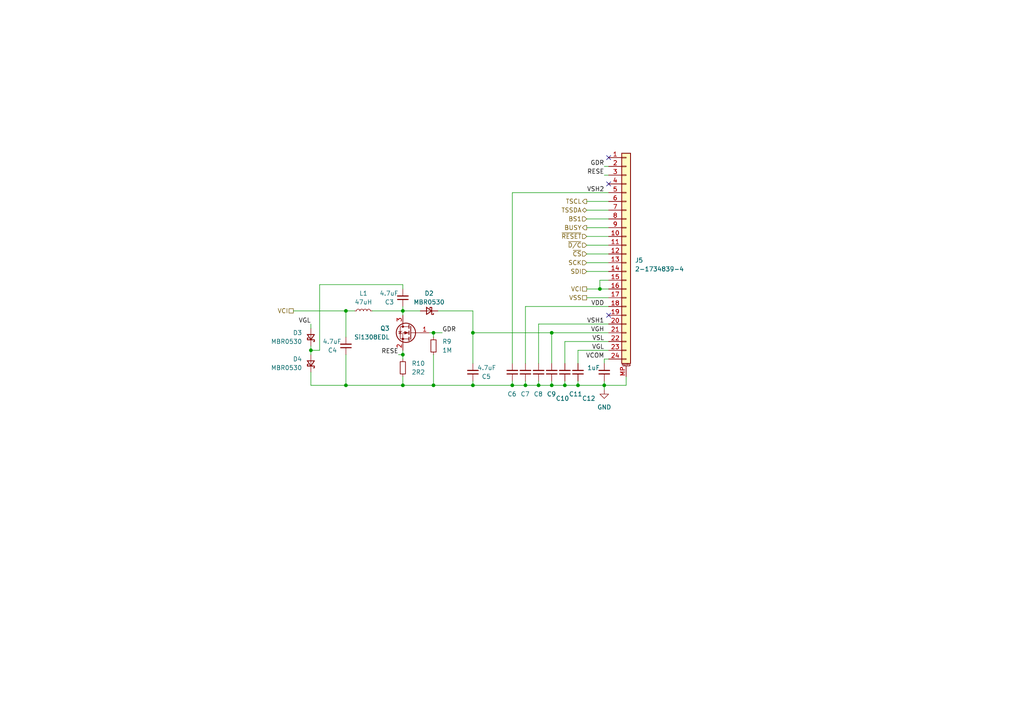
<source format=kicad_sch>
(kicad_sch (version 20210621) (generator eeschema)

  (uuid 6679a152-8845-4ab5-80e3-d2dd54f837f0)

  (paper "A4")

  (lib_symbols
    (symbol "Connector_Generic_MountingPin:Conn_01x24_MountingPin" (pin_names (offset 1.016) hide) (in_bom yes) (on_board yes)
      (property "Reference" "J" (id 0) (at 0 30.48 0)
        (effects (font (size 1.27 1.27)))
      )
      (property "Value" "Conn_01x24_MountingPin" (id 1) (at 1.27 -33.02 0)
        (effects (font (size 1.27 1.27)) (justify left))
      )
      (property "Footprint" "" (id 2) (at 0 0 0)
        (effects (font (size 1.27 1.27)) hide)
      )
      (property "Datasheet" "~" (id 3) (at 0 0 0)
        (effects (font (size 1.27 1.27)) hide)
      )
      (property "ki_keywords" "connector" (id 4) (at 0 0 0)
        (effects (font (size 1.27 1.27)) hide)
      )
      (property "ki_description" "Generic connectable mounting pin connector, single row, 01x24, script generated (kicad-library-utils/schlib/autogen/connector/)" (id 5) (at 0 0 0)
        (effects (font (size 1.27 1.27)) hide)
      )
      (property "ki_fp_filters" "Connector*:*_1x??-1MP*" (id 6) (at 0 0 0)
        (effects (font (size 1.27 1.27)) hide)
      )
      (symbol "Conn_01x24_MountingPin_1_1"
        (text "Mounting" (at 0 -32.131 0)
          (effects (font (size 0.381 0.381)))
        )
        (rectangle (start -1.27 -30.353) (end 0 -30.607)
          (stroke (width 0.1524)) (fill (type none))
        )
        (rectangle (start -1.27 -27.813) (end 0 -28.067)
          (stroke (width 0.1524)) (fill (type none))
        )
        (rectangle (start -1.27 -25.273) (end 0 -25.527)
          (stroke (width 0.1524)) (fill (type none))
        )
        (rectangle (start -1.27 -22.733) (end 0 -22.987)
          (stroke (width 0.1524)) (fill (type none))
        )
        (rectangle (start -1.27 -20.193) (end 0 -20.447)
          (stroke (width 0.1524)) (fill (type none))
        )
        (rectangle (start -1.27 -17.653) (end 0 -17.907)
          (stroke (width 0.1524)) (fill (type none))
        )
        (rectangle (start -1.27 -15.113) (end 0 -15.367)
          (stroke (width 0.1524)) (fill (type none))
        )
        (rectangle (start -1.27 -12.573) (end 0 -12.827)
          (stroke (width 0.1524)) (fill (type none))
        )
        (rectangle (start -1.27 -10.033) (end 0 -10.287)
          (stroke (width 0.1524)) (fill (type none))
        )
        (rectangle (start -1.27 -7.493) (end 0 -7.747)
          (stroke (width 0.1524)) (fill (type none))
        )
        (rectangle (start -1.27 -4.953) (end 0 -5.207)
          (stroke (width 0.1524)) (fill (type none))
        )
        (rectangle (start -1.27 -2.413) (end 0 -2.667)
          (stroke (width 0.1524)) (fill (type none))
        )
        (rectangle (start -1.27 0.127) (end 0 -0.127)
          (stroke (width 0.1524)) (fill (type none))
        )
        (rectangle (start -1.27 2.667) (end 0 2.413)
          (stroke (width 0.1524)) (fill (type none))
        )
        (rectangle (start -1.27 5.207) (end 0 4.953)
          (stroke (width 0.1524)) (fill (type none))
        )
        (rectangle (start -1.27 7.747) (end 0 7.493)
          (stroke (width 0.1524)) (fill (type none))
        )
        (rectangle (start -1.27 10.287) (end 0 10.033)
          (stroke (width 0.1524)) (fill (type none))
        )
        (rectangle (start -1.27 12.827) (end 0 12.573)
          (stroke (width 0.1524)) (fill (type none))
        )
        (rectangle (start -1.27 15.367) (end 0 15.113)
          (stroke (width 0.1524)) (fill (type none))
        )
        (rectangle (start -1.27 17.907) (end 0 17.653)
          (stroke (width 0.1524)) (fill (type none))
        )
        (rectangle (start -1.27 20.447) (end 0 20.193)
          (stroke (width 0.1524)) (fill (type none))
        )
        (rectangle (start -1.27 22.987) (end 0 22.733)
          (stroke (width 0.1524)) (fill (type none))
        )
        (rectangle (start -1.27 25.527) (end 0 25.273)
          (stroke (width 0.1524)) (fill (type none))
        )
        (rectangle (start -1.27 28.067) (end 0 27.813)
          (stroke (width 0.1524)) (fill (type none))
        )
        (rectangle (start -1.27 29.21) (end 1.27 -31.75)
          (stroke (width 0.254)) (fill (type background))
        )
        (polyline
          (pts
            (xy -1.016 -32.512)
            (xy 1.016 -32.512)
          )
          (stroke (width 0.1524)) (fill (type none))
        )
        (pin passive line (at -5.08 27.94 0) (length 3.81)
          (name "Pin_1" (effects (font (size 1.27 1.27))))
          (number "1" (effects (font (size 1.27 1.27))))
        )
        (pin passive line (at -5.08 5.08 0) (length 3.81)
          (name "Pin_10" (effects (font (size 1.27 1.27))))
          (number "10" (effects (font (size 1.27 1.27))))
        )
        (pin passive line (at -5.08 2.54 0) (length 3.81)
          (name "Pin_11" (effects (font (size 1.27 1.27))))
          (number "11" (effects (font (size 1.27 1.27))))
        )
        (pin passive line (at -5.08 0 0) (length 3.81)
          (name "Pin_12" (effects (font (size 1.27 1.27))))
          (number "12" (effects (font (size 1.27 1.27))))
        )
        (pin passive line (at -5.08 -2.54 0) (length 3.81)
          (name "Pin_13" (effects (font (size 1.27 1.27))))
          (number "13" (effects (font (size 1.27 1.27))))
        )
        (pin passive line (at -5.08 -5.08 0) (length 3.81)
          (name "Pin_14" (effects (font (size 1.27 1.27))))
          (number "14" (effects (font (size 1.27 1.27))))
        )
        (pin passive line (at -5.08 -7.62 0) (length 3.81)
          (name "Pin_15" (effects (font (size 1.27 1.27))))
          (number "15" (effects (font (size 1.27 1.27))))
        )
        (pin passive line (at -5.08 -10.16 0) (length 3.81)
          (name "Pin_16" (effects (font (size 1.27 1.27))))
          (number "16" (effects (font (size 1.27 1.27))))
        )
        (pin passive line (at -5.08 -12.7 0) (length 3.81)
          (name "Pin_17" (effects (font (size 1.27 1.27))))
          (number "17" (effects (font (size 1.27 1.27))))
        )
        (pin passive line (at -5.08 -15.24 0) (length 3.81)
          (name "Pin_18" (effects (font (size 1.27 1.27))))
          (number "18" (effects (font (size 1.27 1.27))))
        )
        (pin passive line (at -5.08 -17.78 0) (length 3.81)
          (name "Pin_19" (effects (font (size 1.27 1.27))))
          (number "19" (effects (font (size 1.27 1.27))))
        )
        (pin passive line (at -5.08 25.4 0) (length 3.81)
          (name "Pin_2" (effects (font (size 1.27 1.27))))
          (number "2" (effects (font (size 1.27 1.27))))
        )
        (pin passive line (at -5.08 -20.32 0) (length 3.81)
          (name "Pin_20" (effects (font (size 1.27 1.27))))
          (number "20" (effects (font (size 1.27 1.27))))
        )
        (pin passive line (at -5.08 -22.86 0) (length 3.81)
          (name "Pin_21" (effects (font (size 1.27 1.27))))
          (number "21" (effects (font (size 1.27 1.27))))
        )
        (pin passive line (at -5.08 -25.4 0) (length 3.81)
          (name "Pin_22" (effects (font (size 1.27 1.27))))
          (number "22" (effects (font (size 1.27 1.27))))
        )
        (pin passive line (at -5.08 -27.94 0) (length 3.81)
          (name "Pin_23" (effects (font (size 1.27 1.27))))
          (number "23" (effects (font (size 1.27 1.27))))
        )
        (pin passive line (at -5.08 -30.48 0) (length 3.81)
          (name "Pin_24" (effects (font (size 1.27 1.27))))
          (number "24" (effects (font (size 1.27 1.27))))
        )
        (pin passive line (at -5.08 22.86 0) (length 3.81)
          (name "Pin_3" (effects (font (size 1.27 1.27))))
          (number "3" (effects (font (size 1.27 1.27))))
        )
        (pin passive line (at -5.08 20.32 0) (length 3.81)
          (name "Pin_4" (effects (font (size 1.27 1.27))))
          (number "4" (effects (font (size 1.27 1.27))))
        )
        (pin passive line (at -5.08 17.78 0) (length 3.81)
          (name "Pin_5" (effects (font (size 1.27 1.27))))
          (number "5" (effects (font (size 1.27 1.27))))
        )
        (pin passive line (at -5.08 15.24 0) (length 3.81)
          (name "Pin_6" (effects (font (size 1.27 1.27))))
          (number "6" (effects (font (size 1.27 1.27))))
        )
        (pin passive line (at -5.08 12.7 0) (length 3.81)
          (name "Pin_7" (effects (font (size 1.27 1.27))))
          (number "7" (effects (font (size 1.27 1.27))))
        )
        (pin passive line (at -5.08 10.16 0) (length 3.81)
          (name "Pin_8" (effects (font (size 1.27 1.27))))
          (number "8" (effects (font (size 1.27 1.27))))
        )
        (pin passive line (at -5.08 7.62 0) (length 3.81)
          (name "Pin_9" (effects (font (size 1.27 1.27))))
          (number "9" (effects (font (size 1.27 1.27))))
        )
        (pin passive line (at 0 -35.56 90) (length 3.048)
          (name "MountPin" (effects (font (size 1.27 1.27))))
          (number "MP" (effects (font (size 1.27 1.27))))
        )
      )
    )
    (symbol "Device:C_Small" (pin_numbers hide) (pin_names (offset 0.254) hide) (in_bom yes) (on_board yes)
      (property "Reference" "C" (id 0) (at 0.254 1.778 0)
        (effects (font (size 1.27 1.27)) (justify left))
      )
      (property "Value" "C_Small" (id 1) (at 0.254 -2.032 0)
        (effects (font (size 1.27 1.27)) (justify left))
      )
      (property "Footprint" "" (id 2) (at 0 0 0)
        (effects (font (size 1.27 1.27)) hide)
      )
      (property "Datasheet" "~" (id 3) (at 0 0 0)
        (effects (font (size 1.27 1.27)) hide)
      )
      (property "ki_keywords" "capacitor cap" (id 4) (at 0 0 0)
        (effects (font (size 1.27 1.27)) hide)
      )
      (property "ki_description" "Unpolarized capacitor, small symbol" (id 5) (at 0 0 0)
        (effects (font (size 1.27 1.27)) hide)
      )
      (property "ki_fp_filters" "C_*" (id 6) (at 0 0 0)
        (effects (font (size 1.27 1.27)) hide)
      )
      (symbol "C_Small_0_1"
        (polyline
          (pts
            (xy -1.524 -0.508)
            (xy 1.524 -0.508)
          )
          (stroke (width 0.3302)) (fill (type none))
        )
        (polyline
          (pts
            (xy -1.524 0.508)
            (xy 1.524 0.508)
          )
          (stroke (width 0.3048)) (fill (type none))
        )
      )
      (symbol "C_Small_1_1"
        (pin passive line (at 0 2.54 270) (length 2.032)
          (name "~" (effects (font (size 1.27 1.27))))
          (number "1" (effects (font (size 1.27 1.27))))
        )
        (pin passive line (at 0 -2.54 90) (length 2.032)
          (name "~" (effects (font (size 1.27 1.27))))
          (number "2" (effects (font (size 1.27 1.27))))
        )
      )
    )
    (symbol "Device:D_Schottky_Small" (pin_numbers hide) (pin_names (offset 0.254) hide) (in_bom yes) (on_board yes)
      (property "Reference" "D" (id 0) (at -1.27 2.032 0)
        (effects (font (size 1.27 1.27)) (justify left))
      )
      (property "Value" "D_Schottky_Small" (id 1) (at -7.112 -2.032 0)
        (effects (font (size 1.27 1.27)) (justify left))
      )
      (property "Footprint" "" (id 2) (at 0 0 90)
        (effects (font (size 1.27 1.27)) hide)
      )
      (property "Datasheet" "~" (id 3) (at 0 0 90)
        (effects (font (size 1.27 1.27)) hide)
      )
      (property "ki_keywords" "diode Schottky" (id 4) (at 0 0 0)
        (effects (font (size 1.27 1.27)) hide)
      )
      (property "ki_description" "Schottky diode, small symbol" (id 5) (at 0 0 0)
        (effects (font (size 1.27 1.27)) hide)
      )
      (property "ki_fp_filters" "TO-???* *_Diode_* *SingleDiode* D_*" (id 6) (at 0 0 0)
        (effects (font (size 1.27 1.27)) hide)
      )
      (symbol "D_Schottky_Small_0_1"
        (polyline
          (pts
            (xy -0.762 0)
            (xy 0.762 0)
          )
          (stroke (width 0)) (fill (type none))
        )
        (polyline
          (pts
            (xy 0.762 -1.016)
            (xy -0.762 0)
            (xy 0.762 1.016)
            (xy 0.762 -1.016)
          )
          (stroke (width 0.254)) (fill (type none))
        )
        (polyline
          (pts
            (xy -1.27 0.762)
            (xy -1.27 1.016)
            (xy -0.762 1.016)
            (xy -0.762 -1.016)
            (xy -0.254 -1.016)
            (xy -0.254 -0.762)
          )
          (stroke (width 0.254)) (fill (type none))
        )
      )
      (symbol "D_Schottky_Small_1_1"
        (pin passive line (at -2.54 0 0) (length 1.778)
          (name "K" (effects (font (size 1.27 1.27))))
          (number "1" (effects (font (size 1.27 1.27))))
        )
        (pin passive line (at 2.54 0 180) (length 1.778)
          (name "A" (effects (font (size 1.27 1.27))))
          (number "2" (effects (font (size 1.27 1.27))))
        )
      )
    )
    (symbol "Device:L_Small" (pin_numbers hide) (pin_names (offset 0.254) hide) (in_bom yes) (on_board yes)
      (property "Reference" "L" (id 0) (at 0.762 1.016 0)
        (effects (font (size 1.27 1.27)) (justify left))
      )
      (property "Value" "L_Small" (id 1) (at 0.762 -1.016 0)
        (effects (font (size 1.27 1.27)) (justify left))
      )
      (property "Footprint" "" (id 2) (at 0 0 0)
        (effects (font (size 1.27 1.27)) hide)
      )
      (property "Datasheet" "~" (id 3) (at 0 0 0)
        (effects (font (size 1.27 1.27)) hide)
      )
      (property "ki_keywords" "inductor choke coil reactor magnetic" (id 4) (at 0 0 0)
        (effects (font (size 1.27 1.27)) hide)
      )
      (property "ki_description" "Inductor, small symbol" (id 5) (at 0 0 0)
        (effects (font (size 1.27 1.27)) hide)
      )
      (property "ki_fp_filters" "Choke_* *Coil* Inductor_* L_*" (id 6) (at 0 0 0)
        (effects (font (size 1.27 1.27)) hide)
      )
      (symbol "L_Small_0_1"
        (arc (start 0 -2.032) (end 0 -1.016) (radius (at 0 -1.524) (length 0.508) (angles -89.9 89.9))
          (stroke (width 0)) (fill (type none))
        )
        (arc (start 0 -1.016) (end 0 0) (radius (at 0 -0.508) (length 0.508) (angles -89.9 89.9))
          (stroke (width 0)) (fill (type none))
        )
        (arc (start 0 0) (end 0 1.016) (radius (at 0 0.508) (length 0.508) (angles -89.9 89.9))
          (stroke (width 0)) (fill (type none))
        )
        (arc (start 0 1.016) (end 0 2.032) (radius (at 0 1.524) (length 0.508) (angles -89.9 89.9))
          (stroke (width 0)) (fill (type none))
        )
      )
      (symbol "L_Small_1_1"
        (pin passive line (at 0 2.54 270) (length 0.508)
          (name "~" (effects (font (size 1.27 1.27))))
          (number "1" (effects (font (size 1.27 1.27))))
        )
        (pin passive line (at 0 -2.54 90) (length 0.508)
          (name "~" (effects (font (size 1.27 1.27))))
          (number "2" (effects (font (size 1.27 1.27))))
        )
      )
    )
    (symbol "Device:Q_NMOS_GSD" (pin_names (offset 0) hide) (in_bom yes) (on_board yes)
      (property "Reference" "Q" (id 0) (at 5.08 1.27 0)
        (effects (font (size 1.27 1.27)) (justify left))
      )
      (property "Value" "Q_NMOS_GSD" (id 1) (at 5.08 -1.27 0)
        (effects (font (size 1.27 1.27)) (justify left))
      )
      (property "Footprint" "" (id 2) (at 5.08 2.54 0)
        (effects (font (size 1.27 1.27)) hide)
      )
      (property "Datasheet" "~" (id 3) (at 0 0 0)
        (effects (font (size 1.27 1.27)) hide)
      )
      (property "ki_keywords" "transistor NMOS N-MOS N-MOSFET" (id 4) (at 0 0 0)
        (effects (font (size 1.27 1.27)) hide)
      )
      (property "ki_description" "N-MOSFET transistor, gate/source/drain" (id 5) (at 0 0 0)
        (effects (font (size 1.27 1.27)) hide)
      )
      (symbol "Q_NMOS_GSD_0_1"
        (circle (center 1.651 0) (radius 2.794) (stroke (width 0.254)) (fill (type none)))
        (circle (center 2.54 -1.778) (radius 0.254) (stroke (width 0)) (fill (type outline)))
        (circle (center 2.54 1.778) (radius 0.254) (stroke (width 0)) (fill (type outline)))
        (polyline
          (pts
            (xy 0.254 0)
            (xy -2.54 0)
          )
          (stroke (width 0)) (fill (type none))
        )
        (polyline
          (pts
            (xy 0.254 1.905)
            (xy 0.254 -1.905)
          )
          (stroke (width 0.254)) (fill (type none))
        )
        (polyline
          (pts
            (xy 0.762 -1.27)
            (xy 0.762 -2.286)
          )
          (stroke (width 0.254)) (fill (type none))
        )
        (polyline
          (pts
            (xy 0.762 0.508)
            (xy 0.762 -0.508)
          )
          (stroke (width 0.254)) (fill (type none))
        )
        (polyline
          (pts
            (xy 0.762 2.286)
            (xy 0.762 1.27)
          )
          (stroke (width 0.254)) (fill (type none))
        )
        (polyline
          (pts
            (xy 2.54 2.54)
            (xy 2.54 1.778)
          )
          (stroke (width 0)) (fill (type none))
        )
        (polyline
          (pts
            (xy 2.54 -2.54)
            (xy 2.54 0)
            (xy 0.762 0)
          )
          (stroke (width 0)) (fill (type none))
        )
        (polyline
          (pts
            (xy 0.762 -1.778)
            (xy 3.302 -1.778)
            (xy 3.302 1.778)
            (xy 0.762 1.778)
          )
          (stroke (width 0)) (fill (type none))
        )
        (polyline
          (pts
            (xy 2.794 0.508)
            (xy 2.921 0.381)
            (xy 3.683 0.381)
            (xy 3.81 0.254)
          )
          (stroke (width 0)) (fill (type none))
        )
        (polyline
          (pts
            (xy 3.302 0.381)
            (xy 2.921 -0.254)
            (xy 3.683 -0.254)
            (xy 3.302 0.381)
          )
          (stroke (width 0)) (fill (type none))
        )
        (polyline
          (pts
            (xy 1.016 0)
            (xy 2.032 0.381)
            (xy 2.032 -0.381)
            (xy 1.016 0)
          )
          (stroke (width 0)) (fill (type outline))
        )
      )
      (symbol "Q_NMOS_GSD_1_1"
        (pin input line (at -5.08 0 0) (length 2.54)
          (name "G" (effects (font (size 1.27 1.27))))
          (number "1" (effects (font (size 1.27 1.27))))
        )
        (pin passive line (at 2.54 -5.08 90) (length 2.54)
          (name "S" (effects (font (size 1.27 1.27))))
          (number "2" (effects (font (size 1.27 1.27))))
        )
        (pin passive line (at 2.54 5.08 270) (length 2.54)
          (name "D" (effects (font (size 1.27 1.27))))
          (number "3" (effects (font (size 1.27 1.27))))
        )
      )
    )
    (symbol "Device:R_Small" (pin_numbers hide) (pin_names (offset 0.254) hide) (in_bom yes) (on_board yes)
      (property "Reference" "R" (id 0) (at 0.762 0.508 0)
        (effects (font (size 1.27 1.27)) (justify left))
      )
      (property "Value" "R_Small" (id 1) (at 0.762 -1.016 0)
        (effects (font (size 1.27 1.27)) (justify left))
      )
      (property "Footprint" "" (id 2) (at 0 0 0)
        (effects (font (size 1.27 1.27)) hide)
      )
      (property "Datasheet" "~" (id 3) (at 0 0 0)
        (effects (font (size 1.27 1.27)) hide)
      )
      (property "ki_keywords" "R resistor" (id 4) (at 0 0 0)
        (effects (font (size 1.27 1.27)) hide)
      )
      (property "ki_description" "Resistor, small symbol" (id 5) (at 0 0 0)
        (effects (font (size 1.27 1.27)) hide)
      )
      (property "ki_fp_filters" "R_*" (id 6) (at 0 0 0)
        (effects (font (size 1.27 1.27)) hide)
      )
      (symbol "R_Small_0_1"
        (rectangle (start -0.762 1.778) (end 0.762 -1.778)
          (stroke (width 0.2032)) (fill (type none))
        )
      )
      (symbol "R_Small_1_1"
        (pin passive line (at 0 2.54 270) (length 0.762)
          (name "~" (effects (font (size 1.27 1.27))))
          (number "1" (effects (font (size 1.27 1.27))))
        )
        (pin passive line (at 0 -2.54 90) (length 0.762)
          (name "~" (effects (font (size 1.27 1.27))))
          (number "2" (effects (font (size 1.27 1.27))))
        )
      )
    )
    (symbol "power:GND" (power) (pin_names (offset 0)) (in_bom yes) (on_board yes)
      (property "Reference" "#PWR" (id 0) (at 0 -6.35 0)
        (effects (font (size 1.27 1.27)) hide)
      )
      (property "Value" "GND" (id 1) (at 0 -3.81 0)
        (effects (font (size 1.27 1.27)))
      )
      (property "Footprint" "" (id 2) (at 0 0 0)
        (effects (font (size 1.27 1.27)) hide)
      )
      (property "Datasheet" "" (id 3) (at 0 0 0)
        (effects (font (size 1.27 1.27)) hide)
      )
      (property "ki_keywords" "power-flag" (id 4) (at 0 0 0)
        (effects (font (size 1.27 1.27)) hide)
      )
      (property "ki_description" "Power symbol creates a global label with name \"GND\" , ground" (id 5) (at 0 0 0)
        (effects (font (size 1.27 1.27)) hide)
      )
      (symbol "GND_0_1"
        (polyline
          (pts
            (xy 0 0)
            (xy 0 -1.27)
            (xy 1.27 -1.27)
            (xy 0 -2.54)
            (xy -1.27 -1.27)
            (xy 0 -1.27)
          )
          (stroke (width 0)) (fill (type none))
        )
      )
      (symbol "GND_1_1"
        (pin power_in line (at 0 0 270) (length 0) hide
          (name "GND" (effects (font (size 1.27 1.27))))
          (number "1" (effects (font (size 1.27 1.27))))
        )
      )
    )
  )

  (junction (at 90.17 101.6) (diameter 0) (color 0 0 0 0))
  (junction (at 100.33 90.17) (diameter 0) (color 0 0 0 0))
  (junction (at 100.33 111.76) (diameter 0) (color 0 0 0 0))
  (junction (at 116.84 90.17) (diameter 0) (color 0 0 0 0))
  (junction (at 116.84 102.87) (diameter 0) (color 0 0 0 0))
  (junction (at 116.84 111.76) (diameter 0) (color 0 0 0 0))
  (junction (at 125.73 96.52) (diameter 0) (color 0 0 0 0))
  (junction (at 125.73 111.76) (diameter 0) (color 0 0 0 0))
  (junction (at 137.16 96.52) (diameter 0) (color 0 0 0 0))
  (junction (at 137.16 111.76) (diameter 0) (color 0 0 0 0))
  (junction (at 148.59 111.76) (diameter 0) (color 0 0 0 0))
  (junction (at 152.4 111.76) (diameter 0) (color 0 0 0 0))
  (junction (at 156.21 111.76) (diameter 0) (color 0 0 0 0))
  (junction (at 160.02 96.52) (diameter 0) (color 0 0 0 0))
  (junction (at 160.02 111.76) (diameter 0) (color 0 0 0 0))
  (junction (at 163.83 111.76) (diameter 0) (color 0 0 0 0))
  (junction (at 167.64 111.76) (diameter 0) (color 0 0 0 0))
  (junction (at 173.99 83.82) (diameter 0) (color 0 0 0 0))
  (junction (at 175.26 111.76) (diameter 0) (color 0 0 0 0))

  (no_connect (at 176.53 45.72) (uuid 4e038986-4ae5-4b54-a7a4-9ebb71da51f3))
  (no_connect (at 176.53 53.34) (uuid 0607525c-0c8b-4a8f-a14f-1eeb37d29aa4))
  (no_connect (at 176.53 91.44) (uuid 81a5300e-cc89-4838-ac02-0f4a1a8dbc12))

  (wire (pts (xy 85.09 90.17) (xy 100.33 90.17))
    (stroke (width 0) (type default) (color 0 0 0 0))
    (uuid 27130838-6bb7-43e3-9d2a-3f9cf0b68ab7)
  )
  (wire (pts (xy 90.17 93.98) (xy 90.17 95.25))
    (stroke (width 0) (type default) (color 0 0 0 0))
    (uuid b5606f5f-f625-4684-8934-611bfdbf37ae)
  )
  (wire (pts (xy 90.17 100.33) (xy 90.17 101.6))
    (stroke (width 0) (type default) (color 0 0 0 0))
    (uuid 1cc3dd3d-bf80-4c8b-b873-5d3a38190193)
  )
  (wire (pts (xy 90.17 101.6) (xy 90.17 102.87))
    (stroke (width 0) (type default) (color 0 0 0 0))
    (uuid 1cc3dd3d-bf80-4c8b-b873-5d3a38190193)
  )
  (wire (pts (xy 90.17 101.6) (xy 92.71 101.6))
    (stroke (width 0) (type default) (color 0 0 0 0))
    (uuid 59075b9c-223b-4b6b-976e-7dc8e8a9f4c7)
  )
  (wire (pts (xy 90.17 111.76) (xy 90.17 107.95))
    (stroke (width 0) (type default) (color 0 0 0 0))
    (uuid 0be237f4-44bc-4c89-a562-f80d9f931558)
  )
  (wire (pts (xy 92.71 82.55) (xy 116.84 82.55))
    (stroke (width 0) (type default) (color 0 0 0 0))
    (uuid 59075b9c-223b-4b6b-976e-7dc8e8a9f4c7)
  )
  (wire (pts (xy 92.71 101.6) (xy 92.71 82.55))
    (stroke (width 0) (type default) (color 0 0 0 0))
    (uuid 59075b9c-223b-4b6b-976e-7dc8e8a9f4c7)
  )
  (wire (pts (xy 100.33 90.17) (xy 102.87 90.17))
    (stroke (width 0) (type default) (color 0 0 0 0))
    (uuid 0fa8b6b4-b538-461f-9eae-d44d1e17dd82)
  )
  (wire (pts (xy 100.33 97.79) (xy 100.33 90.17))
    (stroke (width 0) (type default) (color 0 0 0 0))
    (uuid 0fa8b6b4-b538-461f-9eae-d44d1e17dd82)
  )
  (wire (pts (xy 100.33 102.87) (xy 100.33 111.76))
    (stroke (width 0) (type default) (color 0 0 0 0))
    (uuid 0a0b82bf-50fa-4bfc-89d4-99982f48c24f)
  )
  (wire (pts (xy 100.33 111.76) (xy 90.17 111.76))
    (stroke (width 0) (type default) (color 0 0 0 0))
    (uuid 0be237f4-44bc-4c89-a562-f80d9f931558)
  )
  (wire (pts (xy 100.33 111.76) (xy 116.84 111.76))
    (stroke (width 0) (type default) (color 0 0 0 0))
    (uuid b277786a-f15c-4a44-b6c8-646121b4b3c1)
  )
  (wire (pts (xy 107.95 90.17) (xy 116.84 90.17))
    (stroke (width 0) (type default) (color 0 0 0 0))
    (uuid dcba40a9-d466-460d-b43f-ddcc45ef5d8b)
  )
  (wire (pts (xy 115.57 102.87) (xy 116.84 102.87))
    (stroke (width 0) (type default) (color 0 0 0 0))
    (uuid cbb02e61-d6be-4701-833d-bac414f80b09)
  )
  (wire (pts (xy 116.84 82.55) (xy 116.84 83.82))
    (stroke (width 0) (type default) (color 0 0 0 0))
    (uuid fb8fae23-9b5e-44a6-bc21-8f617691c50d)
  )
  (wire (pts (xy 116.84 88.9) (xy 116.84 90.17))
    (stroke (width 0) (type default) (color 0 0 0 0))
    (uuid e9afef62-11b6-4e91-9bd3-b0cf7b11b2ea)
  )
  (wire (pts (xy 116.84 90.17) (xy 116.84 91.44))
    (stroke (width 0) (type default) (color 0 0 0 0))
    (uuid e9afef62-11b6-4e91-9bd3-b0cf7b11b2ea)
  )
  (wire (pts (xy 116.84 90.17) (xy 121.92 90.17))
    (stroke (width 0) (type default) (color 0 0 0 0))
    (uuid b75ab752-ff67-48eb-8d02-71d1d1d80551)
  )
  (wire (pts (xy 116.84 101.6) (xy 116.84 102.87))
    (stroke (width 0) (type default) (color 0 0 0 0))
    (uuid 48e68a90-5c24-4535-80f1-3df367f1fa4d)
  )
  (wire (pts (xy 116.84 102.87) (xy 116.84 104.14))
    (stroke (width 0) (type default) (color 0 0 0 0))
    (uuid 48e68a90-5c24-4535-80f1-3df367f1fa4d)
  )
  (wire (pts (xy 116.84 109.22) (xy 116.84 111.76))
    (stroke (width 0) (type default) (color 0 0 0 0))
    (uuid 27ef3e0c-3bc7-45f5-b493-8f3fb6a3c094)
  )
  (wire (pts (xy 116.84 111.76) (xy 125.73 111.76))
    (stroke (width 0) (type default) (color 0 0 0 0))
    (uuid 27ef3e0c-3bc7-45f5-b493-8f3fb6a3c094)
  )
  (wire (pts (xy 124.46 96.52) (xy 125.73 96.52))
    (stroke (width 0) (type default) (color 0 0 0 0))
    (uuid f57738c3-b0fd-4937-8457-523cf9e4211d)
  )
  (wire (pts (xy 125.73 96.52) (xy 125.73 97.79))
    (stroke (width 0) (type default) (color 0 0 0 0))
    (uuid f57738c3-b0fd-4937-8457-523cf9e4211d)
  )
  (wire (pts (xy 125.73 96.52) (xy 128.27 96.52))
    (stroke (width 0) (type default) (color 0 0 0 0))
    (uuid 71a5d67d-1b99-4368-a10c-dea1f50f8964)
  )
  (wire (pts (xy 125.73 102.87) (xy 125.73 111.76))
    (stroke (width 0) (type default) (color 0 0 0 0))
    (uuid 27ef3e0c-3bc7-45f5-b493-8f3fb6a3c094)
  )
  (wire (pts (xy 137.16 90.17) (xy 127 90.17))
    (stroke (width 0) (type default) (color 0 0 0 0))
    (uuid 49f011d0-3c76-4745-8323-959c58b43c77)
  )
  (wire (pts (xy 137.16 96.52) (xy 137.16 90.17))
    (stroke (width 0) (type default) (color 0 0 0 0))
    (uuid 49f011d0-3c76-4745-8323-959c58b43c77)
  )
  (wire (pts (xy 137.16 96.52) (xy 137.16 105.41))
    (stroke (width 0) (type default) (color 0 0 0 0))
    (uuid 0f30f7a7-af64-4dce-886f-938d8b1e066f)
  )
  (wire (pts (xy 137.16 96.52) (xy 160.02 96.52))
    (stroke (width 0) (type default) (color 0 0 0 0))
    (uuid d74757aa-91e6-408d-92c7-abfadc8bcbbf)
  )
  (wire (pts (xy 137.16 110.49) (xy 137.16 111.76))
    (stroke (width 0) (type default) (color 0 0 0 0))
    (uuid 9dfdac4d-c106-42c7-a66d-e9dc6736b4b5)
  )
  (wire (pts (xy 137.16 111.76) (xy 125.73 111.76))
    (stroke (width 0) (type default) (color 0 0 0 0))
    (uuid f72612a5-8643-4496-92a7-4c1f138795f1)
  )
  (wire (pts (xy 137.16 111.76) (xy 148.59 111.76))
    (stroke (width 0) (type default) (color 0 0 0 0))
    (uuid d7aabc0d-e270-4ec3-a992-44e4a08ee6b4)
  )
  (wire (pts (xy 148.59 55.88) (xy 148.59 105.41))
    (stroke (width 0) (type default) (color 0 0 0 0))
    (uuid 6c6930e6-afcb-487b-83ed-d7c099c83e4f)
  )
  (wire (pts (xy 148.59 55.88) (xy 176.53 55.88))
    (stroke (width 0) (type default) (color 0 0 0 0))
    (uuid 6c6930e6-afcb-487b-83ed-d7c099c83e4f)
  )
  (wire (pts (xy 148.59 110.49) (xy 148.59 111.76))
    (stroke (width 0) (type default) (color 0 0 0 0))
    (uuid 31f5843b-d845-4311-9286-2d3e554a10b4)
  )
  (wire (pts (xy 148.59 111.76) (xy 152.4 111.76))
    (stroke (width 0) (type default) (color 0 0 0 0))
    (uuid d7aabc0d-e270-4ec3-a992-44e4a08ee6b4)
  )
  (wire (pts (xy 152.4 88.9) (xy 152.4 105.41))
    (stroke (width 0) (type default) (color 0 0 0 0))
    (uuid d1a1a986-8d33-4635-be24-eda74f8aae0c)
  )
  (wire (pts (xy 152.4 88.9) (xy 176.53 88.9))
    (stroke (width 0) (type default) (color 0 0 0 0))
    (uuid c6ec1915-fba5-493d-a5f2-7b7ef85b96dc)
  )
  (wire (pts (xy 152.4 111.76) (xy 152.4 110.49))
    (stroke (width 0) (type default) (color 0 0 0 0))
    (uuid 7ed49c14-3ec2-4101-9563-88e625c54660)
  )
  (wire (pts (xy 156.21 93.98) (xy 156.21 105.41))
    (stroke (width 0) (type default) (color 0 0 0 0))
    (uuid 54c18fdf-6982-4774-adfc-93d31424c4a9)
  )
  (wire (pts (xy 156.21 93.98) (xy 176.53 93.98))
    (stroke (width 0) (type default) (color 0 0 0 0))
    (uuid 94131a74-4bf2-43ce-8cee-5c8fa48f6c9d)
  )
  (wire (pts (xy 156.21 110.49) (xy 156.21 111.76))
    (stroke (width 0) (type default) (color 0 0 0 0))
    (uuid 473aecf1-246f-43d7-81e1-07e0dacda0c8)
  )
  (wire (pts (xy 156.21 111.76) (xy 152.4 111.76))
    (stroke (width 0) (type default) (color 0 0 0 0))
    (uuid 7ed49c14-3ec2-4101-9563-88e625c54660)
  )
  (wire (pts (xy 160.02 96.52) (xy 176.53 96.52))
    (stroke (width 0) (type default) (color 0 0 0 0))
    (uuid d375a55d-8d46-422c-a4f7-2e6f573ec69f)
  )
  (wire (pts (xy 160.02 105.41) (xy 160.02 96.52))
    (stroke (width 0) (type default) (color 0 0 0 0))
    (uuid 3724edc9-2f86-4240-8a5b-941b0fee51fb)
  )
  (wire (pts (xy 160.02 110.49) (xy 160.02 111.76))
    (stroke (width 0) (type default) (color 0 0 0 0))
    (uuid 95c83226-ba1f-4dca-9133-71ebc2b25ab0)
  )
  (wire (pts (xy 160.02 111.76) (xy 156.21 111.76))
    (stroke (width 0) (type default) (color 0 0 0 0))
    (uuid 7ed49c14-3ec2-4101-9563-88e625c54660)
  )
  (wire (pts (xy 163.83 99.06) (xy 163.83 105.41))
    (stroke (width 0) (type default) (color 0 0 0 0))
    (uuid 0cdce992-a01f-49ed-9af3-e17c3363ca30)
  )
  (wire (pts (xy 163.83 99.06) (xy 176.53 99.06))
    (stroke (width 0) (type default) (color 0 0 0 0))
    (uuid 0cdce992-a01f-49ed-9af3-e17c3363ca30)
  )
  (wire (pts (xy 163.83 110.49) (xy 163.83 111.76))
    (stroke (width 0) (type default) (color 0 0 0 0))
    (uuid 524889d4-8530-4f8c-a14d-4c62214b0029)
  )
  (wire (pts (xy 163.83 111.76) (xy 160.02 111.76))
    (stroke (width 0) (type default) (color 0 0 0 0))
    (uuid 7ed49c14-3ec2-4101-9563-88e625c54660)
  )
  (wire (pts (xy 167.64 101.6) (xy 167.64 105.41))
    (stroke (width 0) (type default) (color 0 0 0 0))
    (uuid e39271c5-bfb1-45cd-91e5-c6fee48fc5a5)
  )
  (wire (pts (xy 167.64 101.6) (xy 176.53 101.6))
    (stroke (width 0) (type default) (color 0 0 0 0))
    (uuid 5f93b8f3-d9a4-46aa-a5ab-e2b4312a9812)
  )
  (wire (pts (xy 167.64 111.76) (xy 163.83 111.76))
    (stroke (width 0) (type default) (color 0 0 0 0))
    (uuid 7ed49c14-3ec2-4101-9563-88e625c54660)
  )
  (wire (pts (xy 167.64 111.76) (xy 167.64 110.49))
    (stroke (width 0) (type default) (color 0 0 0 0))
    (uuid caf08612-aa42-4cc3-bea7-8eacbb125e9c)
  )
  (wire (pts (xy 170.18 58.42) (xy 176.53 58.42))
    (stroke (width 0) (type default) (color 0 0 0 0))
    (uuid 2d377c41-f731-4f9d-9706-eab6668335d5)
  )
  (wire (pts (xy 170.18 60.96) (xy 176.53 60.96))
    (stroke (width 0) (type default) (color 0 0 0 0))
    (uuid e451db9d-c239-4d89-845c-84e25621af6a)
  )
  (wire (pts (xy 170.18 63.5) (xy 176.53 63.5))
    (stroke (width 0) (type default) (color 0 0 0 0))
    (uuid 5eb99883-8a61-40e1-a4d4-27ba581ba1e1)
  )
  (wire (pts (xy 170.18 66.04) (xy 176.53 66.04))
    (stroke (width 0) (type default) (color 0 0 0 0))
    (uuid f5c788dc-77f6-43ad-a2f1-8114c16a5f5c)
  )
  (wire (pts (xy 170.18 68.58) (xy 176.53 68.58))
    (stroke (width 0) (type default) (color 0 0 0 0))
    (uuid f3bc757f-2f89-4e70-8d74-8bd412bb16ca)
  )
  (wire (pts (xy 170.18 71.12) (xy 176.53 71.12))
    (stroke (width 0) (type default) (color 0 0 0 0))
    (uuid 9647c2d2-f989-44c4-abea-5a3cd27e0e04)
  )
  (wire (pts (xy 170.18 73.66) (xy 176.53 73.66))
    (stroke (width 0) (type default) (color 0 0 0 0))
    (uuid 94d26551-42ea-4e3c-ac84-25608f59ecf0)
  )
  (wire (pts (xy 170.18 76.2) (xy 176.53 76.2))
    (stroke (width 0) (type default) (color 0 0 0 0))
    (uuid 7998f801-6bd7-47ef-8c5e-edafc69bab9c)
  )
  (wire (pts (xy 170.18 78.74) (xy 176.53 78.74))
    (stroke (width 0) (type default) (color 0 0 0 0))
    (uuid 1d744a1f-3ea5-4180-99c4-0cb7c1135d0f)
  )
  (wire (pts (xy 170.18 83.82) (xy 173.99 83.82))
    (stroke (width 0) (type default) (color 0 0 0 0))
    (uuid 6c81c66d-d1cf-46f3-a160-4f9de0b2b548)
  )
  (wire (pts (xy 170.18 86.36) (xy 176.53 86.36))
    (stroke (width 0) (type default) (color 0 0 0 0))
    (uuid 86aaf3fe-b8fb-4f37-9fb1-45525f42d826)
  )
  (wire (pts (xy 173.99 81.28) (xy 173.99 83.82))
    (stroke (width 0) (type default) (color 0 0 0 0))
    (uuid c8045c76-3b83-463f-a367-43e4130e90f5)
  )
  (wire (pts (xy 173.99 81.28) (xy 176.53 81.28))
    (stroke (width 0) (type default) (color 0 0 0 0))
    (uuid 53aa2c06-e5b3-49d3-a160-34d0e66216fc)
  )
  (wire (pts (xy 173.99 83.82) (xy 176.53 83.82))
    (stroke (width 0) (type default) (color 0 0 0 0))
    (uuid 41801afb-96f9-4844-892c-32e2b3a29b8f)
  )
  (wire (pts (xy 175.26 48.26) (xy 176.53 48.26))
    (stroke (width 0) (type default) (color 0 0 0 0))
    (uuid 53683243-f5a2-4650-abab-5890bcfae97c)
  )
  (wire (pts (xy 175.26 50.8) (xy 176.53 50.8))
    (stroke (width 0) (type default) (color 0 0 0 0))
    (uuid 4f00a389-8601-4065-8691-768ee2ec6b56)
  )
  (wire (pts (xy 175.26 104.14) (xy 175.26 105.41))
    (stroke (width 0) (type default) (color 0 0 0 0))
    (uuid 491a39a5-3298-4d9e-b7aa-7f4e8ed91d23)
  )
  (wire (pts (xy 175.26 104.14) (xy 176.53 104.14))
    (stroke (width 0) (type default) (color 0 0 0 0))
    (uuid c5d6f18d-970a-4bae-b5cf-428766338ecd)
  )
  (wire (pts (xy 175.26 110.49) (xy 175.26 111.76))
    (stroke (width 0) (type default) (color 0 0 0 0))
    (uuid caf08612-aa42-4cc3-bea7-8eacbb125e9c)
  )
  (wire (pts (xy 175.26 111.76) (xy 167.64 111.76))
    (stroke (width 0) (type default) (color 0 0 0 0))
    (uuid caf08612-aa42-4cc3-bea7-8eacbb125e9c)
  )
  (wire (pts (xy 175.26 111.76) (xy 175.26 113.03))
    (stroke (width 0) (type default) (color 0 0 0 0))
    (uuid 9c62f2c3-c059-49f9-ae77-6635b59f6eab)
  )
  (wire (pts (xy 175.26 111.76) (xy 181.61 111.76))
    (stroke (width 0) (type default) (color 0 0 0 0))
    (uuid 2c55ec39-fc86-40bc-9968-8c94a7c104aa)
  )
  (wire (pts (xy 181.61 111.76) (xy 181.61 109.22))
    (stroke (width 0) (type default) (color 0 0 0 0))
    (uuid 2c55ec39-fc86-40bc-9968-8c94a7c104aa)
  )

  (label "VGL" (at 90.17 93.98 180)
    (effects (font (size 1.27 1.27)) (justify right bottom))
    (uuid 746dfee5-4880-4684-9505-cf40de17afc2)
  )
  (label "RESE" (at 115.57 102.87 180)
    (effects (font (size 1.27 1.27)) (justify right bottom))
    (uuid e9ca4ca8-ff08-4bb4-9e23-5e21b3193333)
  )
  (label "GDR" (at 128.27 96.52 0)
    (effects (font (size 1.27 1.27)) (justify left bottom))
    (uuid 85fbc155-e25e-417e-9eb8-31644a5682de)
  )
  (label "GDR" (at 175.26 48.26 180)
    (effects (font (size 1.27 1.27)) (justify right bottom))
    (uuid 5f058914-7963-4d62-8a74-f851490b331f)
  )
  (label "RESE" (at 175.26 50.8 180)
    (effects (font (size 1.27 1.27)) (justify right bottom))
    (uuid ad1e8864-9c1c-40f1-8ca6-f780838c94e9)
  )
  (label "VSH2" (at 175.26 55.88 180)
    (effects (font (size 1.27 1.27)) (justify right bottom))
    (uuid 7279ec83-1640-4437-a76d-2d433b03be94)
  )
  (label "VDD" (at 175.26 88.9 180)
    (effects (font (size 1.27 1.27)) (justify right bottom))
    (uuid ef0c2685-7ffa-439a-ab57-f181004194a5)
  )
  (label "VSH1" (at 175.26 93.98 180)
    (effects (font (size 1.27 1.27)) (justify right bottom))
    (uuid 84ab86b0-a90e-4c64-baf7-b106c40ecc4c)
  )
  (label "VGH" (at 175.26 96.52 180)
    (effects (font (size 1.27 1.27)) (justify right bottom))
    (uuid 0378a434-69e4-491a-9b39-c3ffdb0b4b2c)
  )
  (label "VSL" (at 175.26 99.06 180)
    (effects (font (size 1.27 1.27)) (justify right bottom))
    (uuid 2a438354-a415-4beb-ac1b-56e4faf4c4b1)
  )
  (label "VGL" (at 175.26 101.6 180)
    (effects (font (size 1.27 1.27)) (justify right bottom))
    (uuid 5eb0c0fe-1801-454e-bfdf-0ef5276468f8)
  )
  (label "VCOM" (at 175.26 104.14 180)
    (effects (font (size 1.27 1.27)) (justify right bottom))
    (uuid c482eaa0-ef04-43d7-a2ca-db985431c9b5)
  )

  (hierarchical_label "VCI" (shape passive) (at 85.09 90.17 180)
    (effects (font (size 1.27 1.27)) (justify right))
    (uuid 10ea46ca-e3c4-48b1-a95a-376fb04fe56e)
  )
  (hierarchical_label "TSCL" (shape output) (at 170.18 58.42 180)
    (effects (font (size 1.27 1.27)) (justify right))
    (uuid bb896558-7bb9-4bc4-a63d-3e8241892d86)
  )
  (hierarchical_label "TSSDA" (shape bidirectional) (at 170.18 60.96 180)
    (effects (font (size 1.27 1.27)) (justify right))
    (uuid 8cf1dac7-dbea-4f71-ba8c-a59248737648)
  )
  (hierarchical_label "BS1" (shape input) (at 170.18 63.5 180)
    (effects (font (size 1.27 1.27)) (justify right))
    (uuid 647f759d-6e28-400c-b504-1c372f3ab4d3)
  )
  (hierarchical_label "BUSY" (shape output) (at 170.18 66.04 180)
    (effects (font (size 1.27 1.27)) (justify right))
    (uuid 9a94497e-23b2-4b74-acf5-737607a7e471)
  )
  (hierarchical_label "~{RESET}" (shape input) (at 170.18 68.58 180)
    (effects (font (size 1.27 1.27)) (justify right))
    (uuid efa73f7a-2c3a-4651-a369-40be91cc9d80)
  )
  (hierarchical_label "~{D{slash}C}" (shape input) (at 170.18 71.12 180)
    (effects (font (size 1.27 1.27)) (justify right))
    (uuid ad0fb1e1-75d9-4d35-b64e-052cbfffc06a)
  )
  (hierarchical_label "~{CS}" (shape input) (at 170.18 73.66 180)
    (effects (font (size 1.27 1.27)) (justify right))
    (uuid 68790b98-b43c-4572-9531-4e1638f8362c)
  )
  (hierarchical_label "SCK" (shape input) (at 170.18 76.2 180)
    (effects (font (size 1.27 1.27)) (justify right))
    (uuid 65fa6446-d705-4627-ade4-1890d54e7f67)
  )
  (hierarchical_label "SDI" (shape input) (at 170.18 78.74 180)
    (effects (font (size 1.27 1.27)) (justify right))
    (uuid b664443d-d119-4389-b5b4-b3c663ae7f3c)
  )
  (hierarchical_label "VCI" (shape passive) (at 170.18 83.82 180)
    (effects (font (size 1.27 1.27)) (justify right))
    (uuid 223d87a5-970a-4c21-b4b1-ba725f21a086)
  )
  (hierarchical_label "VSS" (shape passive) (at 170.18 86.36 180)
    (effects (font (size 1.27 1.27)) (justify right))
    (uuid cd722f76-e0d0-4697-924e-d79a26cc1b7d)
  )

  (symbol (lib_id "Device:L_Small") (at 105.41 90.17 90) (unit 1)
    (in_bom yes) (on_board yes) (fields_autoplaced)
    (uuid 5a86f0e8-7fd0-4123-96a5-959e6e907d60)
    (property "Reference" "L1" (id 0) (at 105.41 85.09 90))
    (property "Value" "47uH" (id 1) (at 105.41 87.63 90))
    (property "Footprint" "Inductor_SMD:L_Taiyo-Yuden_NR-60xx_HandSoldering" (id 2) (at 105.41 90.17 0)
      (effects (font (size 1.27 1.27)) hide)
    )
    (property "Datasheet" "~" (id 3) (at 105.41 90.17 0)
      (effects (font (size 1.27 1.27)) hide)
    )
    (property "MPN" "NRS6028T470MMGJ " (id 4) (at 105.41 90.17 90)
      (effects (font (size 1.27 1.27)) hide)
    )
    (pin "1" (uuid 474ee33d-4e5e-4d36-92e6-97a4c841482c))
    (pin "2" (uuid ee9ba2dc-b64b-4b25-8bac-aa49b9cc43a5))
  )

  (symbol (lib_id "power:GND") (at 175.26 113.03 0) (unit 1)
    (in_bom yes) (on_board yes) (fields_autoplaced)
    (uuid 4ce7ef21-ac3c-4f3e-9218-6df745400e16)
    (property "Reference" "#PWR0125" (id 0) (at 175.26 119.38 0)
      (effects (font (size 1.27 1.27)) hide)
    )
    (property "Value" "GND" (id 1) (at 175.26 118.11 0))
    (property "Footprint" "" (id 2) (at 175.26 113.03 0)
      (effects (font (size 1.27 1.27)) hide)
    )
    (property "Datasheet" "" (id 3) (at 175.26 113.03 0)
      (effects (font (size 1.27 1.27)) hide)
    )
    (pin "1" (uuid d7e6d4da-cd98-4afc-9822-a3920c18f0f8))
  )

  (symbol (lib_id "Device:R_Small") (at 116.84 106.68 0) (unit 1)
    (in_bom yes) (on_board yes) (fields_autoplaced)
    (uuid 20772d70-a3e3-4a51-ae31-23f5abcb2749)
    (property "Reference" "R10" (id 0) (at 119.38 105.4099 0)
      (effects (font (size 1.27 1.27)) (justify left))
    )
    (property "Value" "2R2" (id 1) (at 119.38 107.9499 0)
      (effects (font (size 1.27 1.27)) (justify left))
    )
    (property "Footprint" "Resistor_SMD:R_0603_1608Metric_Pad0.98x0.95mm_HandSolder" (id 2) (at 116.84 106.68 0)
      (effects (font (size 1.27 1.27)) hide)
    )
    (property "Datasheet" "~" (id 3) (at 116.84 106.68 0)
      (effects (font (size 1.27 1.27)) hide)
    )
    (pin "1" (uuid 7b3bdfe0-7a2d-4887-aa7d-ce2a60b6a794))
    (pin "2" (uuid f2294c16-379b-49b0-ad02-b91bbb24dee9))
  )

  (symbol (lib_id "Device:R_Small") (at 125.73 100.33 0) (unit 1)
    (in_bom yes) (on_board yes) (fields_autoplaced)
    (uuid 15b59f70-9363-49be-a2c4-a78f00961c31)
    (property "Reference" "R9" (id 0) (at 128.27 99.0599 0)
      (effects (font (size 1.27 1.27)) (justify left))
    )
    (property "Value" "1M" (id 1) (at 128.27 101.5999 0)
      (effects (font (size 1.27 1.27)) (justify left))
    )
    (property "Footprint" "Resistor_SMD:R_0603_1608Metric_Pad0.98x0.95mm_HandSolder" (id 2) (at 125.73 100.33 0)
      (effects (font (size 1.27 1.27)) hide)
    )
    (property "Datasheet" "~" (id 3) (at 125.73 100.33 0)
      (effects (font (size 1.27 1.27)) hide)
    )
    (pin "1" (uuid 872dad6b-5255-4b38-8319-70195591654c))
    (pin "2" (uuid d7b7fdb9-9164-455f-8745-80d58427e5b2))
  )

  (symbol (lib_id "Device:D_Schottky_Small") (at 90.17 97.79 270) (mirror x) (unit 1)
    (in_bom yes) (on_board yes) (fields_autoplaced)
    (uuid 02a22b6f-747c-4d49-8881-9c3a2a42d5ff)
    (property "Reference" "D3" (id 0) (at 87.63 96.5199 90)
      (effects (font (size 1.27 1.27)) (justify right))
    )
    (property "Value" "MBR0530" (id 1) (at 87.63 99.0599 90)
      (effects (font (size 1.27 1.27)) (justify right))
    )
    (property "Footprint" "Diode_SMD:D_SOD-123" (id 2) (at 90.17 97.79 90)
      (effects (font (size 1.27 1.27)) hide)
    )
    (property "Datasheet" "~" (id 3) (at 90.17 97.79 90)
      (effects (font (size 1.27 1.27)) hide)
    )
    (pin "1" (uuid ff1829e1-487d-4f4b-878f-9ee76d7aa818))
    (pin "2" (uuid c1092182-0547-44f2-8cc8-9539d93c7e52))
  )

  (symbol (lib_id "Device:D_Schottky_Small") (at 90.17 105.41 270) (mirror x) (unit 1)
    (in_bom yes) (on_board yes) (fields_autoplaced)
    (uuid f49585ef-21c8-499b-a871-32a8d20494d3)
    (property "Reference" "D4" (id 0) (at 87.63 104.1399 90)
      (effects (font (size 1.27 1.27)) (justify right))
    )
    (property "Value" "MBR0530" (id 1) (at 87.63 106.6799 90)
      (effects (font (size 1.27 1.27)) (justify right))
    )
    (property "Footprint" "Diode_SMD:D_SOD-123" (id 2) (at 90.17 105.41 90)
      (effects (font (size 1.27 1.27)) hide)
    )
    (property "Datasheet" "~" (id 3) (at 90.17 105.41 90)
      (effects (font (size 1.27 1.27)) hide)
    )
    (pin "1" (uuid ab70f56f-d752-43c2-89d9-068b0e3eff37))
    (pin "2" (uuid fe5b22aa-a8f9-4f09-828c-d7ddb89d379d))
  )

  (symbol (lib_id "Device:D_Schottky_Small") (at 124.46 90.17 180) (unit 1)
    (in_bom yes) (on_board yes)
    (uuid 0dc3c348-2502-41bb-b2c4-cb5d220026ef)
    (property "Reference" "D2" (id 0) (at 124.46 85.09 0))
    (property "Value" "MBR0530" (id 1) (at 124.46 87.63 0))
    (property "Footprint" "Diode_SMD:D_SOD-123" (id 2) (at 124.46 90.17 90)
      (effects (font (size 1.27 1.27)) hide)
    )
    (property "Datasheet" "~" (id 3) (at 124.46 90.17 90)
      (effects (font (size 1.27 1.27)) hide)
    )
    (pin "1" (uuid 819dc463-2b09-4b61-9d17-46c356c2392d))
    (pin "2" (uuid 74fc2382-f5d1-479d-9165-3f14f1145961))
  )

  (symbol (lib_id "Device:C_Small") (at 100.33 100.33 0) (mirror x) (unit 1)
    (in_bom yes) (on_board yes)
    (uuid f96b781c-2970-4a16-bbe9-ea8ae40d90fd)
    (property "Reference" "C4" (id 0) (at 97.79 101.5999 0)
      (effects (font (size 1.27 1.27)) (justify right))
    )
    (property "Value" "4.7uF" (id 1) (at 99.06 99.0599 0)
      (effects (font (size 1.27 1.27)) (justify right))
    )
    (property "Footprint" "Capacitor_SMD:C_0603_1608Metric_Pad1.08x0.95mm_HandSolder" (id 2) (at 100.33 100.33 0)
      (effects (font (size 1.27 1.27)) hide)
    )
    (property "Datasheet" "~" (id 3) (at 100.33 100.33 0)
      (effects (font (size 1.27 1.27)) hide)
    )
    (pin "1" (uuid 190a3cfa-39d5-4c60-a8e4-e1535fa3166c))
    (pin "2" (uuid eed80194-ef83-4393-81fd-b51997c4d8f9))
  )

  (symbol (lib_id "Device:C_Small") (at 116.84 86.36 0) (mirror x) (unit 1)
    (in_bom yes) (on_board yes)
    (uuid 6aaa90ea-f766-449d-aeee-a8637a6e7f0c)
    (property "Reference" "C3" (id 0) (at 114.3 87.6299 0)
      (effects (font (size 1.27 1.27)) (justify right))
    )
    (property "Value" "4.7uF" (id 1) (at 115.57 85.0899 0)
      (effects (font (size 1.27 1.27)) (justify right))
    )
    (property "Footprint" "Capacitor_SMD:C_0603_1608Metric_Pad1.08x0.95mm_HandSolder" (id 2) (at 116.84 86.36 0)
      (effects (font (size 1.27 1.27)) hide)
    )
    (property "Datasheet" "~" (id 3) (at 116.84 86.36 0)
      (effects (font (size 1.27 1.27)) hide)
    )
    (pin "1" (uuid 0f958ff4-390e-4ce0-a6eb-e3fe71fdea21))
    (pin "2" (uuid 52510c58-5bb5-46ae-864c-4686e654e986))
  )

  (symbol (lib_id "Device:C_Small") (at 137.16 107.95 180) (unit 1)
    (in_bom yes) (on_board yes)
    (uuid ca792a55-2b8d-4ded-8857-994e2f62dcae)
    (property "Reference" "C5" (id 0) (at 139.7 109.2199 0)
      (effects (font (size 1.27 1.27)) (justify right))
    )
    (property "Value" "4.7uF" (id 1) (at 138.43 106.6799 0)
      (effects (font (size 1.27 1.27)) (justify right))
    )
    (property "Footprint" "Capacitor_SMD:C_0603_1608Metric_Pad1.08x0.95mm_HandSolder" (id 2) (at 137.16 107.95 0)
      (effects (font (size 1.27 1.27)) hide)
    )
    (property "Datasheet" "~" (id 3) (at 137.16 107.95 0)
      (effects (font (size 1.27 1.27)) hide)
    )
    (pin "1" (uuid 318f6fc3-ab78-40ae-9a30-c9d20455b419))
    (pin "2" (uuid 09a1ef13-3894-4954-8422-9a96e1285230))
  )

  (symbol (lib_id "Device:C_Small") (at 148.59 107.95 0) (mirror x) (unit 1)
    (in_bom yes) (on_board yes)
    (uuid 27d3360a-8c2b-4302-bffa-0d2a9a329989)
    (property "Reference" "C6" (id 0) (at 149.86 114.2999 0)
      (effects (font (size 1.27 1.27)) (justify right))
    )
    (property "Value" "1uF" (id 1) (at 146.05 109.2199 0)
      (effects (font (size 1.27 1.27)) (justify right) hide)
    )
    (property "Footprint" "Capacitor_SMD:C_0603_1608Metric_Pad1.08x0.95mm_HandSolder" (id 2) (at 148.59 107.95 0)
      (effects (font (size 1.27 1.27)) hide)
    )
    (property "Datasheet" "~" (id 3) (at 148.59 107.95 0)
      (effects (font (size 1.27 1.27)) hide)
    )
    (pin "1" (uuid 12897b36-abaf-4828-a640-ebe2661544af))
    (pin "2" (uuid a72c5884-3a5b-4be1-a6d7-6e6ab497764c))
  )

  (symbol (lib_id "Device:C_Small") (at 152.4 107.95 0) (mirror x) (unit 1)
    (in_bom yes) (on_board yes)
    (uuid 5826b75e-b45d-4b36-95d6-ebbbac37f589)
    (property "Reference" "C7" (id 0) (at 153.67 114.2999 0)
      (effects (font (size 1.27 1.27)) (justify right))
    )
    (property "Value" "1uF" (id 1) (at 149.86 109.2199 0)
      (effects (font (size 1.27 1.27)) (justify right) hide)
    )
    (property "Footprint" "Capacitor_SMD:C_0603_1608Metric_Pad1.08x0.95mm_HandSolder" (id 2) (at 152.4 107.95 0)
      (effects (font (size 1.27 1.27)) hide)
    )
    (property "Datasheet" "~" (id 3) (at 152.4 107.95 0)
      (effects (font (size 1.27 1.27)) hide)
    )
    (pin "1" (uuid 3f809014-daaa-4716-a059-f51f70095d0f))
    (pin "2" (uuid 3b7c3ae1-2b4c-4cea-9183-d92a63c7cbf6))
  )

  (symbol (lib_id "Device:C_Small") (at 156.21 107.95 0) (mirror x) (unit 1)
    (in_bom yes) (on_board yes)
    (uuid 0095795f-a202-4363-9fa4-ba7f3620fd60)
    (property "Reference" "C8" (id 0) (at 157.48 114.2999 0)
      (effects (font (size 1.27 1.27)) (justify right))
    )
    (property "Value" "1uF" (id 1) (at 153.67 109.2199 0)
      (effects (font (size 1.27 1.27)) (justify right) hide)
    )
    (property "Footprint" "Capacitor_SMD:C_0603_1608Metric_Pad1.08x0.95mm_HandSolder" (id 2) (at 156.21 107.95 0)
      (effects (font (size 1.27 1.27)) hide)
    )
    (property "Datasheet" "~" (id 3) (at 156.21 107.95 0)
      (effects (font (size 1.27 1.27)) hide)
    )
    (pin "1" (uuid f749e2a8-d567-47d6-8c86-e4b51ea2b542))
    (pin "2" (uuid 910ab7d1-9ec5-4502-90dd-c6d4f543a751))
  )

  (symbol (lib_id "Device:C_Small") (at 160.02 107.95 0) (mirror x) (unit 1)
    (in_bom yes) (on_board yes)
    (uuid 8ab2b726-e33f-4269-a3c1-9ccfa3e41f10)
    (property "Reference" "C9" (id 0) (at 161.29 114.2999 0)
      (effects (font (size 1.27 1.27)) (justify right))
    )
    (property "Value" "1uF" (id 1) (at 157.48 109.2199 0)
      (effects (font (size 1.27 1.27)) (justify right) hide)
    )
    (property "Footprint" "Capacitor_SMD:C_0603_1608Metric_Pad1.08x0.95mm_HandSolder" (id 2) (at 160.02 107.95 0)
      (effects (font (size 1.27 1.27)) hide)
    )
    (property "Datasheet" "~" (id 3) (at 160.02 107.95 0)
      (effects (font (size 1.27 1.27)) hide)
    )
    (pin "1" (uuid 483ff1cc-7361-487a-aeb3-9e534535329b))
    (pin "2" (uuid 6d9d8b21-1fba-4c92-838c-ffd8f51696a3))
  )

  (symbol (lib_id "Device:C_Small") (at 163.83 107.95 0) (mirror x) (unit 1)
    (in_bom yes) (on_board yes)
    (uuid 8592627e-b8e9-4466-bd65-9959aa36b005)
    (property "Reference" "C10" (id 0) (at 165.1 115.5699 0)
      (effects (font (size 1.27 1.27)) (justify right))
    )
    (property "Value" "1uF" (id 1) (at 161.29 109.2199 0)
      (effects (font (size 1.27 1.27)) (justify right) hide)
    )
    (property "Footprint" "Capacitor_SMD:C_0603_1608Metric_Pad1.08x0.95mm_HandSolder" (id 2) (at 163.83 107.95 0)
      (effects (font (size 1.27 1.27)) hide)
    )
    (property "Datasheet" "~" (id 3) (at 163.83 107.95 0)
      (effects (font (size 1.27 1.27)) hide)
    )
    (pin "1" (uuid 8b98a5b2-4e06-4d71-a7fd-060e04f0e89d))
    (pin "2" (uuid 016f5f10-9afe-4bcc-b309-51c951139cb8))
  )

  (symbol (lib_id "Device:C_Small") (at 167.64 107.95 0) (mirror x) (unit 1)
    (in_bom yes) (on_board yes)
    (uuid f05defbd-f248-4ffa-9c15-ed5bd0e4a929)
    (property "Reference" "C11" (id 0) (at 168.91 114.2999 0)
      (effects (font (size 1.27 1.27)) (justify right))
    )
    (property "Value" "1uF" (id 1) (at 165.1 109.2199 0)
      (effects (font (size 1.27 1.27)) (justify right) hide)
    )
    (property "Footprint" "Capacitor_SMD:C_0603_1608Metric_Pad1.08x0.95mm_HandSolder" (id 2) (at 167.64 107.95 0)
      (effects (font (size 1.27 1.27)) hide)
    )
    (property "Datasheet" "~" (id 3) (at 167.64 107.95 0)
      (effects (font (size 1.27 1.27)) hide)
    )
    (pin "1" (uuid 3fcd5f56-b67f-4ffd-bd4e-afb483d81ce8))
    (pin "2" (uuid 664b9094-5c55-46b8-99cc-67c51da9d179))
  )

  (symbol (lib_id "Device:C_Small") (at 175.26 107.95 0) (mirror x) (unit 1)
    (in_bom yes) (on_board yes)
    (uuid 02a45e04-b1a5-4b5c-b05d-31c3faf641ba)
    (property "Reference" "C12" (id 0) (at 172.72 115.5699 0)
      (effects (font (size 1.27 1.27)) (justify right))
    )
    (property "Value" "1uF" (id 1) (at 173.99 106.6799 0)
      (effects (font (size 1.27 1.27)) (justify right))
    )
    (property "Footprint" "Capacitor_SMD:C_0603_1608Metric_Pad1.08x0.95mm_HandSolder" (id 2) (at 175.26 107.95 0)
      (effects (font (size 1.27 1.27)) hide)
    )
    (property "Datasheet" "~" (id 3) (at 175.26 107.95 0)
      (effects (font (size 1.27 1.27)) hide)
    )
    (pin "1" (uuid b82f43b2-61ea-4357-ba27-236c445ec5f3))
    (pin "2" (uuid 23e5c3f8-d152-4582-bddb-698d5a32116b))
  )

  (symbol (lib_id "Device:Q_NMOS_GSD") (at 119.38 96.52 0) (mirror y) (unit 1)
    (in_bom yes) (on_board yes) (fields_autoplaced)
    (uuid c3a637c6-cf13-4b12-b50d-4dcfb475c16c)
    (property "Reference" "Q3" (id 0) (at 113.03 95.2499 0)
      (effects (font (size 1.27 1.27)) (justify left))
    )
    (property "Value" "Si1308EDL" (id 1) (at 113.03 97.7899 0)
      (effects (font (size 1.27 1.27)) (justify left))
    )
    (property "Footprint" "Package_TO_SOT_SMD:SOT-323_SC-70_Handsoldering" (id 2) (at 114.3 93.98 0)
      (effects (font (size 1.27 1.27)) hide)
    )
    (property "Datasheet" "~" (id 3) (at 119.38 96.52 0)
      (effects (font (size 1.27 1.27)) hide)
    )
    (pin "1" (uuid 8c33ef21-ab9c-46d1-9885-04c793b58f0e))
    (pin "2" (uuid 41b8b5bc-413b-43bc-98a1-6f7c5253b339))
    (pin "3" (uuid 580512b3-f318-4c59-b26a-0eacc0d6afc4))
  )

  (symbol (lib_id "Connector_Generic_MountingPin:Conn_01x24_MountingPin") (at 181.61 73.66 0) (unit 1)
    (in_bom yes) (on_board yes) (fields_autoplaced)
    (uuid a8b6b039-6026-4b11-98ac-881233a24dfe)
    (property "Reference" "J5" (id 0) (at 184.15 75.5014 0)
      (effects (font (size 1.27 1.27)) (justify left))
    )
    (property "Value" "2-1734839-4" (id 1) (at 184.15 78.0414 0)
      (effects (font (size 1.27 1.27)) (justify left))
    )
    (property "Footprint" "Connector_FFC-FPC:TE_2-1734839-4_1x24-1MP_P0.5mm_Horizontal" (id 2) (at 181.61 73.66 0)
      (effects (font (size 1.27 1.27)) hide)
    )
    (property "Datasheet" "~" (id 3) (at 181.61 73.66 0)
      (effects (font (size 1.27 1.27)) hide)
    )
    (pin "1" (uuid e5c8785e-890d-4af2-b745-bed4b8e10776))
    (pin "10" (uuid 885af495-ef95-41e0-8e70-7b94f510fc26))
    (pin "11" (uuid 8def000e-6463-40d3-9077-3591fc4aa6be))
    (pin "12" (uuid 7df18c08-270e-41b6-a521-4a706a7f6ec7))
    (pin "13" (uuid b0d2b017-6dc7-4d26-9ba4-89bcb5a01438))
    (pin "14" (uuid 201f7842-d214-4934-98b0-e68bfda2a838))
    (pin "15" (uuid 7e752095-5447-42ca-a70c-dbd8defa3874))
    (pin "16" (uuid 0243ecac-3cee-4210-bf43-c4f8a479db1b))
    (pin "17" (uuid ce53c629-c85e-4a01-a43b-585cd1c8dc5b))
    (pin "18" (uuid a33616de-92b0-4fbb-b665-1c5233a3f7b9))
    (pin "19" (uuid 8a5f192d-9e15-46f1-9a30-2f27f2caf52f))
    (pin "2" (uuid 5a9616a6-0695-4a91-9040-7af2a917fd91))
    (pin "20" (uuid fd43839a-6f77-4a62-9b91-e99eb4201d88))
    (pin "21" (uuid a465b2ee-ac26-4ddf-bcb7-413e30904d3d))
    (pin "22" (uuid 76141187-39db-49d7-bc5b-738acd5e95f0))
    (pin "23" (uuid 139b53f0-ed79-42f4-867a-c38fd118a458))
    (pin "24" (uuid 4872c5fa-8157-46f9-8142-b9078d7c7bd0))
    (pin "3" (uuid 52e4193e-daf3-4f98-8330-49b7a32336d6))
    (pin "4" (uuid b038cde8-acb9-4506-819c-4c8391097c00))
    (pin "5" (uuid f2204d1d-3a6d-4ad8-a963-f86bd48987c4))
    (pin "6" (uuid 70f10a6d-f16a-49f3-93b6-cd683c448154))
    (pin "7" (uuid 7f04899e-c225-4194-aebd-be565bf75bb4))
    (pin "8" (uuid fac5c2b3-e1d2-42d4-8ae0-d3f8e24c3ad6))
    (pin "9" (uuid b7542165-c7bb-4bc3-8d58-e3699e3c8fa9))
    (pin "MP" (uuid 260f3804-55d9-4537-b708-27ef01791a61))
  )
)

</source>
